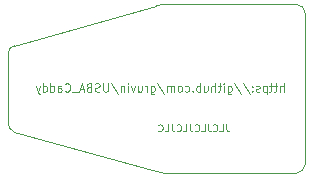
<source format=gbo>
%TF.GenerationSoftware,KiCad,Pcbnew,(6.0.4-0)*%
%TF.CreationDate,2022-06-01T18:17:49+12:00*%
%TF.ProjectId,usba_caddy,75736261-5f63-4616-9464-792e6b696361,rev?*%
%TF.SameCoordinates,PX6bf4b80PY4944400*%
%TF.FileFunction,Legend,Bot*%
%TF.FilePolarity,Positive*%
%FSLAX46Y46*%
G04 Gerber Fmt 4.6, Leading zero omitted, Abs format (unit mm)*
G04 Created by KiCad (PCBNEW (6.0.4-0)) date 2022-06-01 18:17:49*
%MOMM*%
%LPD*%
G01*
G04 APERTURE LIST*
%ADD10C,0.080000*%
%TA.AperFunction,Profile*%
%ADD11C,0.100000*%
%TD*%
%ADD12C,0.100000*%
%ADD13O,3.500000X1.900000*%
%ADD14C,1.100000*%
G04 APERTURE END LIST*
D10*
X21971428Y7628572D02*
X21971428Y7200000D01*
X22000000Y7114286D01*
X22057142Y7057143D01*
X22142857Y7028572D01*
X22200000Y7028572D01*
X21400000Y7028572D02*
X21685714Y7028572D01*
X21685714Y7628572D01*
X20857142Y7085715D02*
X20885714Y7057143D01*
X20971428Y7028572D01*
X21028571Y7028572D01*
X21114285Y7057143D01*
X21171428Y7114286D01*
X21200000Y7171429D01*
X21228571Y7285715D01*
X21228571Y7371429D01*
X21200000Y7485715D01*
X21171428Y7542858D01*
X21114285Y7600000D01*
X21028571Y7628572D01*
X20971428Y7628572D01*
X20885714Y7600000D01*
X20857142Y7571429D01*
X20428571Y7628572D02*
X20428571Y7200000D01*
X20457142Y7114286D01*
X20514285Y7057143D01*
X20600000Y7028572D01*
X20657142Y7028572D01*
X19857142Y7028572D02*
X20142857Y7028572D01*
X20142857Y7628572D01*
X19314285Y7085715D02*
X19342857Y7057143D01*
X19428571Y7028572D01*
X19485714Y7028572D01*
X19571428Y7057143D01*
X19628571Y7114286D01*
X19657142Y7171429D01*
X19685714Y7285715D01*
X19685714Y7371429D01*
X19657142Y7485715D01*
X19628571Y7542858D01*
X19571428Y7600000D01*
X19485714Y7628572D01*
X19428571Y7628572D01*
X19342857Y7600000D01*
X19314285Y7571429D01*
X18885714Y7628572D02*
X18885714Y7200000D01*
X18914285Y7114286D01*
X18971428Y7057143D01*
X19057142Y7028572D01*
X19114285Y7028572D01*
X18314285Y7028572D02*
X18600000Y7028572D01*
X18600000Y7628572D01*
X17771428Y7085715D02*
X17800000Y7057143D01*
X17885714Y7028572D01*
X17942857Y7028572D01*
X18028571Y7057143D01*
X18085714Y7114286D01*
X18114285Y7171429D01*
X18142857Y7285715D01*
X18142857Y7371429D01*
X18114285Y7485715D01*
X18085714Y7542858D01*
X18028571Y7600000D01*
X17942857Y7628572D01*
X17885714Y7628572D01*
X17800000Y7600000D01*
X17771428Y7571429D01*
X17342857Y7628572D02*
X17342857Y7200000D01*
X17371428Y7114286D01*
X17428571Y7057143D01*
X17514285Y7028572D01*
X17571428Y7028572D01*
X16771428Y7028572D02*
X17057142Y7028572D01*
X17057142Y7628572D01*
X16228571Y7085715D02*
X16257142Y7057143D01*
X16342857Y7028572D01*
X16400000Y7028572D01*
X16485714Y7057143D01*
X16542857Y7114286D01*
X16571428Y7171429D01*
X16600000Y7285715D01*
X16600000Y7371429D01*
X16571428Y7485715D01*
X16542857Y7542858D01*
X16485714Y7600000D01*
X16400000Y7628572D01*
X16342857Y7628572D01*
X16257142Y7600000D01*
X16228571Y7571429D01*
D11*
X4025005Y14299979D02*
G75*
G03*
X3500000Y13625000I171395J-674979D01*
G01*
X16050000Y17675000D02*
X4025000Y14300000D01*
X16025000Y3650000D02*
X4000000Y7025000D01*
X27900000Y3500000D02*
G75*
G03*
X28650000Y4250000I0J750000D01*
G01*
X16024998Y3649996D02*
G75*
G03*
X16700000Y3500000I675002J1443804D01*
G01*
X28650000Y4250000D02*
X28650000Y17050000D01*
X28650000Y17050000D02*
G75*
G03*
X27900000Y17800000I-750000J0D01*
G01*
X16700000Y3500000D02*
X27900000Y3500000D01*
X3500482Y7724983D02*
G75*
G03*
X4000000Y7025000I704918J-25183D01*
G01*
X3500000Y7725000D02*
X3500000Y13625000D01*
X27900000Y17800000D02*
X16700000Y17800000D01*
X16700000Y17800000D02*
G75*
G03*
X16050000Y17675000I0J-1752500D01*
G01*
D12*
X26825000Y10408334D02*
X26825000Y11108334D01*
X26525000Y10408334D02*
X26525000Y10775000D01*
X26558333Y10841667D01*
X26625000Y10875000D01*
X26725000Y10875000D01*
X26791666Y10841667D01*
X26825000Y10808334D01*
X26291666Y10875000D02*
X26025000Y10875000D01*
X26191666Y11108334D02*
X26191666Y10508334D01*
X26158333Y10441667D01*
X26091666Y10408334D01*
X26025000Y10408334D01*
X25891666Y10875000D02*
X25625000Y10875000D01*
X25791666Y11108334D02*
X25791666Y10508334D01*
X25758333Y10441667D01*
X25691666Y10408334D01*
X25625000Y10408334D01*
X25391666Y10875000D02*
X25391666Y10175000D01*
X25391666Y10841667D02*
X25325000Y10875000D01*
X25191666Y10875000D01*
X25125000Y10841667D01*
X25091666Y10808334D01*
X25058333Y10741667D01*
X25058333Y10541667D01*
X25091666Y10475000D01*
X25125000Y10441667D01*
X25191666Y10408334D01*
X25325000Y10408334D01*
X25391666Y10441667D01*
X24791666Y10441667D02*
X24725000Y10408334D01*
X24591666Y10408334D01*
X24525000Y10441667D01*
X24491666Y10508334D01*
X24491666Y10541667D01*
X24525000Y10608334D01*
X24591666Y10641667D01*
X24691666Y10641667D01*
X24758333Y10675000D01*
X24791666Y10741667D01*
X24791666Y10775000D01*
X24758333Y10841667D01*
X24691666Y10875000D01*
X24591666Y10875000D01*
X24525000Y10841667D01*
X24191666Y10475000D02*
X24158333Y10441667D01*
X24191666Y10408334D01*
X24225000Y10441667D01*
X24191666Y10475000D01*
X24191666Y10408334D01*
X24191666Y10841667D02*
X24158333Y10808334D01*
X24191666Y10775000D01*
X24225000Y10808334D01*
X24191666Y10841667D01*
X24191666Y10775000D01*
X23358333Y11141667D02*
X23958333Y10241667D01*
X22625000Y11141667D02*
X23225000Y10241667D01*
X22091666Y10875000D02*
X22091666Y10308334D01*
X22125000Y10241667D01*
X22158333Y10208334D01*
X22225000Y10175000D01*
X22325000Y10175000D01*
X22391666Y10208334D01*
X22091666Y10441667D02*
X22158333Y10408334D01*
X22291666Y10408334D01*
X22358333Y10441667D01*
X22391666Y10475000D01*
X22425000Y10541667D01*
X22425000Y10741667D01*
X22391666Y10808334D01*
X22358333Y10841667D01*
X22291666Y10875000D01*
X22158333Y10875000D01*
X22091666Y10841667D01*
X21758333Y10408334D02*
X21758333Y10875000D01*
X21758333Y11108334D02*
X21791666Y11075000D01*
X21758333Y11041667D01*
X21725000Y11075000D01*
X21758333Y11108334D01*
X21758333Y11041667D01*
X21525000Y10875000D02*
X21258333Y10875000D01*
X21425000Y11108334D02*
X21425000Y10508334D01*
X21391666Y10441667D01*
X21325000Y10408334D01*
X21258333Y10408334D01*
X21025000Y10408334D02*
X21025000Y11108334D01*
X20725000Y10408334D02*
X20725000Y10775000D01*
X20758333Y10841667D01*
X20825000Y10875000D01*
X20925000Y10875000D01*
X20991666Y10841667D01*
X21025000Y10808334D01*
X20091666Y10875000D02*
X20091666Y10408334D01*
X20391666Y10875000D02*
X20391666Y10508334D01*
X20358333Y10441667D01*
X20291666Y10408334D01*
X20191666Y10408334D01*
X20125000Y10441667D01*
X20091666Y10475000D01*
X19758333Y10408334D02*
X19758333Y11108334D01*
X19758333Y10841667D02*
X19691666Y10875000D01*
X19558333Y10875000D01*
X19491666Y10841667D01*
X19458333Y10808334D01*
X19425000Y10741667D01*
X19425000Y10541667D01*
X19458333Y10475000D01*
X19491666Y10441667D01*
X19558333Y10408334D01*
X19691666Y10408334D01*
X19758333Y10441667D01*
X19125000Y10475000D02*
X19091666Y10441667D01*
X19125000Y10408334D01*
X19158333Y10441667D01*
X19125000Y10475000D01*
X19125000Y10408334D01*
X18491666Y10441667D02*
X18558333Y10408334D01*
X18691666Y10408334D01*
X18758333Y10441667D01*
X18791666Y10475000D01*
X18825000Y10541667D01*
X18825000Y10741667D01*
X18791666Y10808334D01*
X18758333Y10841667D01*
X18691666Y10875000D01*
X18558333Y10875000D01*
X18491666Y10841667D01*
X18091666Y10408334D02*
X18158333Y10441667D01*
X18191666Y10475000D01*
X18225000Y10541667D01*
X18225000Y10741667D01*
X18191666Y10808334D01*
X18158333Y10841667D01*
X18091666Y10875000D01*
X17991666Y10875000D01*
X17925000Y10841667D01*
X17891666Y10808334D01*
X17858333Y10741667D01*
X17858333Y10541667D01*
X17891666Y10475000D01*
X17925000Y10441667D01*
X17991666Y10408334D01*
X18091666Y10408334D01*
X17558333Y10408334D02*
X17558333Y10875000D01*
X17558333Y10808334D02*
X17525000Y10841667D01*
X17458333Y10875000D01*
X17358333Y10875000D01*
X17291666Y10841667D01*
X17258333Y10775000D01*
X17258333Y10408334D01*
X17258333Y10775000D02*
X17225000Y10841667D01*
X17158333Y10875000D01*
X17058333Y10875000D01*
X16991666Y10841667D01*
X16958333Y10775000D01*
X16958333Y10408334D01*
X16125000Y11141667D02*
X16725000Y10241667D01*
X15591666Y10875000D02*
X15591666Y10308334D01*
X15625000Y10241667D01*
X15658333Y10208334D01*
X15725000Y10175000D01*
X15825000Y10175000D01*
X15891666Y10208334D01*
X15591666Y10441667D02*
X15658333Y10408334D01*
X15791666Y10408334D01*
X15858333Y10441667D01*
X15891666Y10475000D01*
X15925000Y10541667D01*
X15925000Y10741667D01*
X15891666Y10808334D01*
X15858333Y10841667D01*
X15791666Y10875000D01*
X15658333Y10875000D01*
X15591666Y10841667D01*
X15258333Y10408334D02*
X15258333Y10875000D01*
X15258333Y10741667D02*
X15225000Y10808334D01*
X15191666Y10841667D01*
X15125000Y10875000D01*
X15058333Y10875000D01*
X14525000Y10875000D02*
X14525000Y10408334D01*
X14825000Y10875000D02*
X14825000Y10508334D01*
X14791666Y10441667D01*
X14725000Y10408334D01*
X14625000Y10408334D01*
X14558333Y10441667D01*
X14525000Y10475000D01*
X14258333Y10875000D02*
X14091666Y10408334D01*
X13925000Y10875000D01*
X13658333Y10408334D02*
X13658333Y10875000D01*
X13658333Y11108334D02*
X13691666Y11075000D01*
X13658333Y11041667D01*
X13625000Y11075000D01*
X13658333Y11108334D01*
X13658333Y11041667D01*
X13325000Y10875000D02*
X13325000Y10408334D01*
X13325000Y10808334D02*
X13291666Y10841667D01*
X13225000Y10875000D01*
X13125000Y10875000D01*
X13058333Y10841667D01*
X13025000Y10775000D01*
X13025000Y10408334D01*
X12191666Y11141667D02*
X12791666Y10241667D01*
X11958333Y11108334D02*
X11958333Y10541667D01*
X11925000Y10475000D01*
X11891666Y10441667D01*
X11825000Y10408334D01*
X11691666Y10408334D01*
X11625000Y10441667D01*
X11591666Y10475000D01*
X11558333Y10541667D01*
X11558333Y11108334D01*
X11258333Y10441667D02*
X11158333Y10408334D01*
X10991666Y10408334D01*
X10925000Y10441667D01*
X10891666Y10475000D01*
X10858333Y10541667D01*
X10858333Y10608334D01*
X10891666Y10675000D01*
X10925000Y10708334D01*
X10991666Y10741667D01*
X11125000Y10775000D01*
X11191666Y10808334D01*
X11225000Y10841667D01*
X11258333Y10908334D01*
X11258333Y10975000D01*
X11225000Y11041667D01*
X11191666Y11075000D01*
X11125000Y11108334D01*
X10958333Y11108334D01*
X10858333Y11075000D01*
X10325000Y10775000D02*
X10225000Y10741667D01*
X10191666Y10708334D01*
X10158333Y10641667D01*
X10158333Y10541667D01*
X10191666Y10475000D01*
X10225000Y10441667D01*
X10291666Y10408334D01*
X10558333Y10408334D01*
X10558333Y11108334D01*
X10325000Y11108334D01*
X10258333Y11075000D01*
X10225000Y11041667D01*
X10191666Y10975000D01*
X10191666Y10908334D01*
X10225000Y10841667D01*
X10258333Y10808334D01*
X10325000Y10775000D01*
X10558333Y10775000D01*
X9891666Y10608334D02*
X9558333Y10608334D01*
X9958333Y10408334D02*
X9725000Y11108334D01*
X9491666Y10408334D01*
X9425000Y10341667D02*
X8891666Y10341667D01*
X8325000Y10475000D02*
X8358333Y10441667D01*
X8458333Y10408334D01*
X8525000Y10408334D01*
X8625000Y10441667D01*
X8691666Y10508334D01*
X8725000Y10575000D01*
X8758333Y10708334D01*
X8758333Y10808334D01*
X8725000Y10941667D01*
X8691666Y11008334D01*
X8625000Y11075000D01*
X8525000Y11108334D01*
X8458333Y11108334D01*
X8358333Y11075000D01*
X8325000Y11041667D01*
X7725000Y10408334D02*
X7725000Y10775000D01*
X7758333Y10841667D01*
X7825000Y10875000D01*
X7958333Y10875000D01*
X8025000Y10841667D01*
X7725000Y10441667D02*
X7791666Y10408334D01*
X7958333Y10408334D01*
X8025000Y10441667D01*
X8058333Y10508334D01*
X8058333Y10575000D01*
X8025000Y10641667D01*
X7958333Y10675000D01*
X7791666Y10675000D01*
X7725000Y10708334D01*
X7091666Y10408334D02*
X7091666Y11108334D01*
X7091666Y10441667D02*
X7158333Y10408334D01*
X7291666Y10408334D01*
X7358333Y10441667D01*
X7391666Y10475000D01*
X7425000Y10541667D01*
X7425000Y10741667D01*
X7391666Y10808334D01*
X7358333Y10841667D01*
X7291666Y10875000D01*
X7158333Y10875000D01*
X7091666Y10841667D01*
X6458333Y10408334D02*
X6458333Y11108334D01*
X6458333Y10441667D02*
X6525000Y10408334D01*
X6658333Y10408334D01*
X6725000Y10441667D01*
X6758333Y10475000D01*
X6791666Y10541667D01*
X6791666Y10741667D01*
X6758333Y10808334D01*
X6725000Y10841667D01*
X6658333Y10875000D01*
X6525000Y10875000D01*
X6458333Y10841667D01*
X6191666Y10875000D02*
X6025000Y10408334D01*
X5858333Y10875000D02*
X6025000Y10408334D01*
X6091666Y10241667D01*
X6125000Y10208334D01*
X6191666Y10175000D01*
%LPC*%
D13*
%TO.C,USBA_PLUG*%
X25650000Y16350000D03*
X25650000Y4950000D03*
D14*
X25650000Y12950000D03*
X25650000Y8350000D03*
%TD*%
%TO.C,*%
G36*
G01*
X6325000Y12250000D02*
X4225000Y12250000D01*
G75*
G02*
X3775000Y12700000I0J450000D01*
G01*
X3775000Y13600000D01*
G75*
G02*
X4225000Y14050000I450000J0D01*
G01*
X6325000Y14050000D01*
G75*
G02*
X6775000Y13600000I0J-450000D01*
G01*
X6775000Y12700000D01*
G75*
G02*
X6325000Y12250000I-450000J0D01*
G01*
G37*
%TD*%
%TO.C,*%
G36*
G01*
X6324999Y7275000D02*
X4224999Y7275000D01*
G75*
G02*
X3774999Y7725000I0J450000D01*
G01*
X3774999Y8625000D01*
G75*
G02*
X4224999Y9075000I450000J0D01*
G01*
X6324999Y9075000D01*
G75*
G02*
X6774999Y8625000I0J-450000D01*
G01*
X6774999Y7725000D01*
G75*
G02*
X6324999Y7275000I-450000J0D01*
G01*
G37*
%TD*%
M02*

</source>
